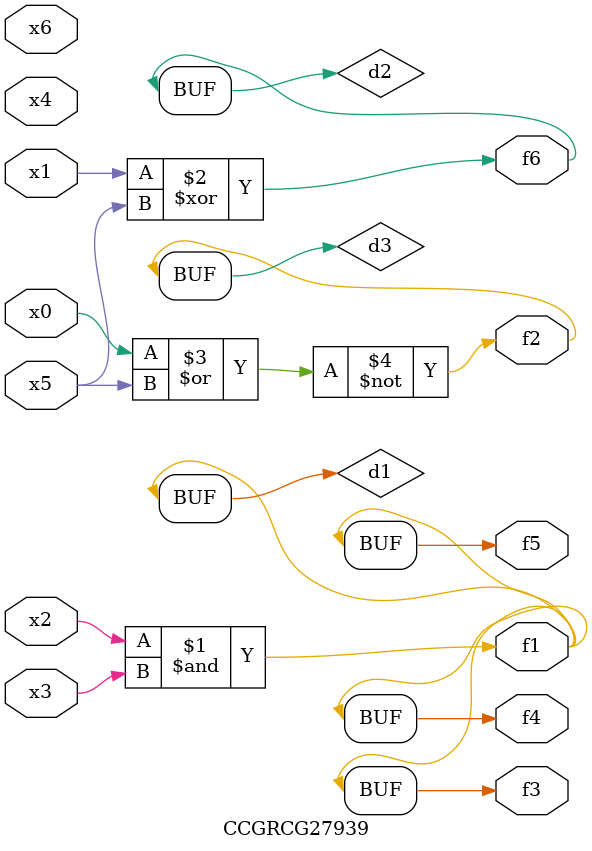
<source format=v>
module CCGRCG27939(
	input x0, x1, x2, x3, x4, x5, x6,
	output f1, f2, f3, f4, f5, f6
);

	wire d1, d2, d3;

	and (d1, x2, x3);
	xor (d2, x1, x5);
	nor (d3, x0, x5);
	assign f1 = d1;
	assign f2 = d3;
	assign f3 = d1;
	assign f4 = d1;
	assign f5 = d1;
	assign f6 = d2;
endmodule

</source>
